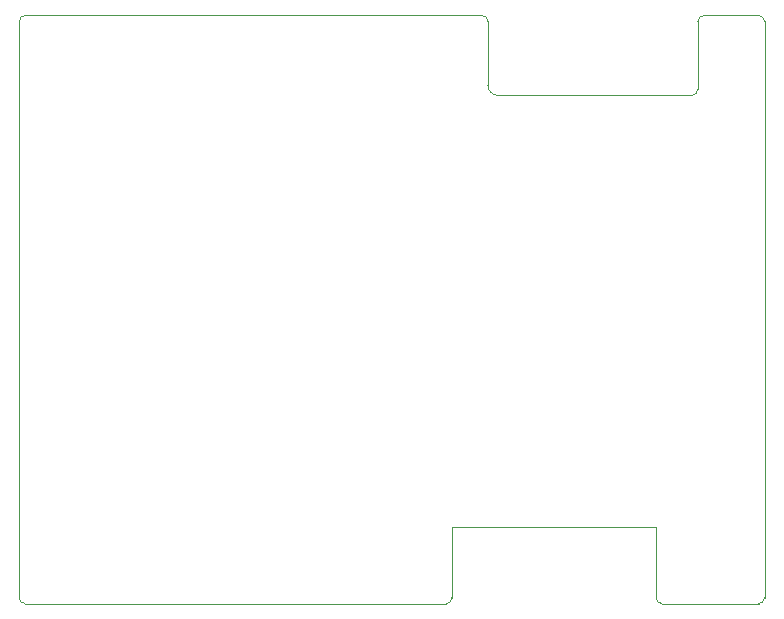
<source format=gm1>
G04 #@! TF.GenerationSoftware,KiCad,Pcbnew,(6.0.8-1)-1*
G04 #@! TF.CreationDate,2023-02-10T13:43:17+01:00*
G04 #@! TF.ProjectId,ithowifi_4l,6974686f-7769-4666-995f-346c2e6b6963,rev?*
G04 #@! TF.SameCoordinates,Original*
G04 #@! TF.FileFunction,Profile,NP*
%FSLAX46Y46*%
G04 Gerber Fmt 4.6, Leading zero omitted, Abs format (unit mm)*
G04 Created by KiCad (PCBNEW (6.0.8-1)-1) date 2023-02-10 13:43:17*
%MOMM*%
%LPD*%
G01*
G04 APERTURE LIST*
G04 #@! TA.AperFunction,Profile*
%ADD10C,0.100000*%
G04 #@! TD*
G04 APERTURE END LIST*
D10*
X52732000Y-155968000D02*
G75*
G03*
X53232000Y-156468000I500000J0D01*
G01*
X91899247Y-106668000D02*
X53232000Y-106668000D01*
X88860553Y-156468000D02*
X53232000Y-156468000D01*
X115332000Y-156468000D02*
X107160553Y-156468000D01*
X106660600Y-155968000D02*
G75*
G03*
X107160553Y-156468000I500000J0D01*
G01*
X115332000Y-156468000D02*
G75*
G03*
X115832000Y-155968000I0J500000D01*
G01*
X115832000Y-155968000D02*
X115832000Y-107168000D01*
X106660553Y-149968000D02*
X89360553Y-149968000D01*
X52732000Y-155968000D02*
X52732000Y-107168000D01*
X115832000Y-107168000D02*
G75*
G03*
X115332000Y-106668000I-500000J0D01*
G01*
X115332000Y-106668000D02*
X110693264Y-106668000D01*
X110693264Y-106667935D02*
G75*
G03*
X110185200Y-107168000I36J-508165D01*
G01*
X92405192Y-112547400D02*
G75*
G03*
X93319600Y-113430447I863208J-21100D01*
G01*
X110185200Y-112926000D02*
X110185200Y-107168000D01*
X106660553Y-155968000D02*
X106660553Y-149968000D01*
X53232000Y-106668000D02*
G75*
G03*
X52732000Y-107168000I0J-500000D01*
G01*
X88860553Y-156467953D02*
G75*
G03*
X89360553Y-155968000I47J499953D01*
G01*
X109673215Y-113431305D02*
X93319600Y-113430447D01*
X89360553Y-149968000D02*
X89360553Y-155968000D01*
X92407137Y-107168000D02*
G75*
G03*
X91899247Y-106668000I-507937J-8000D01*
G01*
X109673215Y-113431344D02*
G75*
G03*
X110185200Y-112926000I-15J512044D01*
G01*
X92405200Y-112547400D02*
X92407147Y-107168000D01*
M02*

</source>
